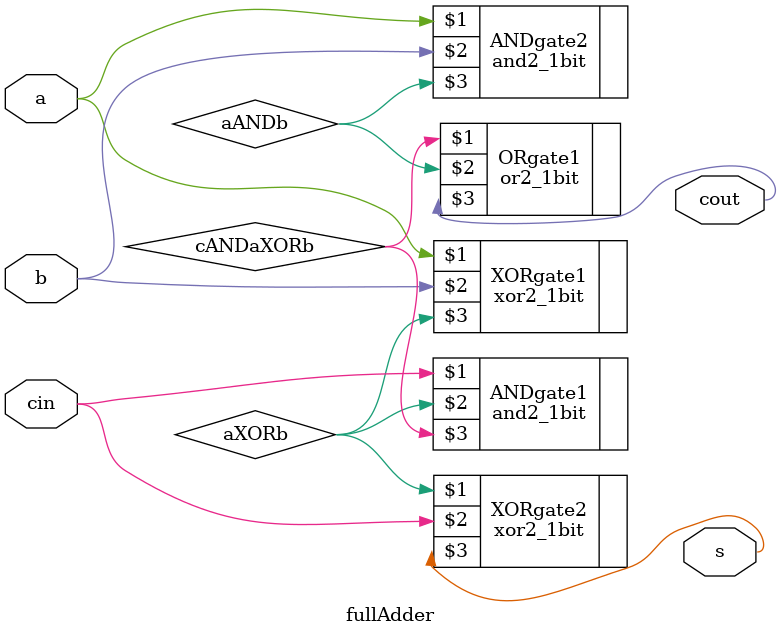
<source format=v>
module fullAdder(a, b, cin, s, cout);
	input a;
	input b;
	input cin;
	output s;
	output cout;

	wire aXORb;
	wire cANDaXORb;
	wire aANDb;

	xor2_1bit XORgate1 (a, b, aXORb);
	xor2_1bit XORgate2 (aXORb, cin, s);
	and2_1bit ANDgate1 (cin, aXORb, cANDaXORb);
	and2_1bit ANDgate2 (a, b, aANDb);
	or2_1bit ORgate1 (cANDaXORb, aANDb, cout);
endmodule

</source>
